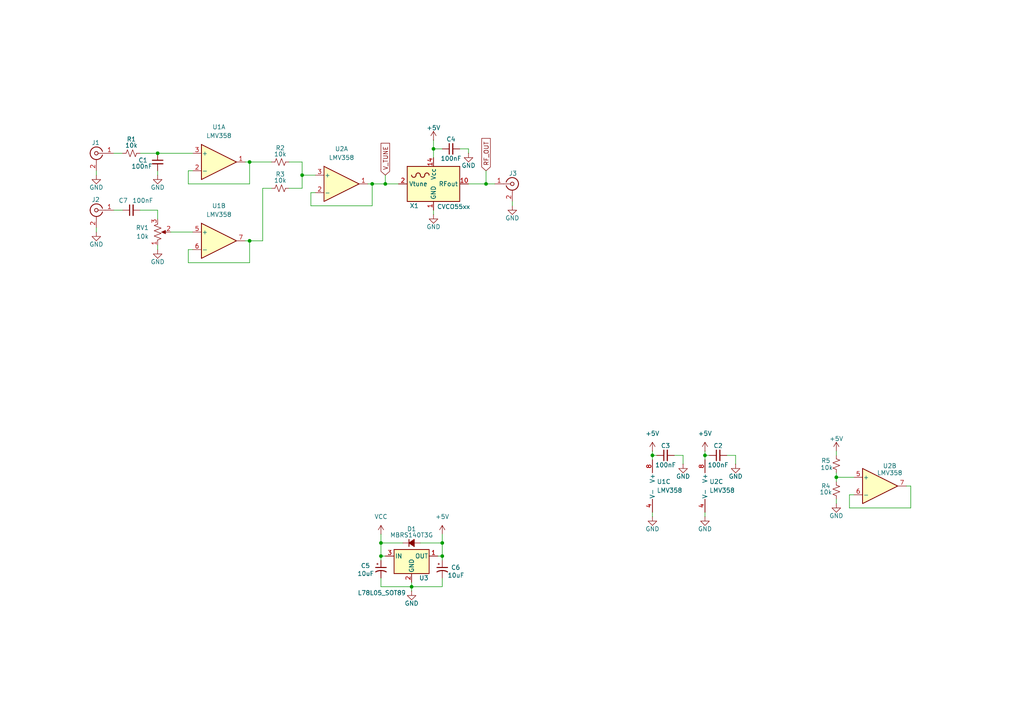
<source format=kicad_sch>
(kicad_sch (version 20231120) (generator "eeschema") (generator_version "8.0")
  (paper "A4")
  (lib_symbols
    (symbol "Amplifier_Operational:LMV358" (pin_names (offset 0.127))
      (property "Reference" "U" (at 0 5.08 0))
      (property "Value" "LMV358" (at 0 -5.08 0))
      (symbol "LMV358_1_1"
        (polyline (pts (xy -5.08 5.08) (xy 5.08 0) (xy -5.08 -5.08) (xy -5.08 5.08)) (stroke (width 0.254)) (fill (type background)))
        (pin output line (at 7.62 0 180) (length 2.54) (name "~") (number "1"))
        (pin input line (at -7.62 -2.54 0) (length 2.54) (name "-") (number "2"))
        (pin input line (at -7.62 2.54 0) (length 2.54) (name "+") (number "3"))
      )
      (symbol "LMV358_2_1"
        (polyline (pts (xy -5.08 5.08) (xy 5.08 0) (xy -5.08 -5.08) (xy -5.08 5.08)) (stroke (width 0.254)) (fill (type background)))
        (pin input line (at -7.62 2.54 0) (length 2.54) (name "+") (number "5"))
        (pin input line (at -7.62 -2.54 0) (length 2.54) (name "-") (number "6"))
        (pin output line (at 7.62 0 180) (length 2.54) (name "~") (number "7"))
      )
      (symbol "LMV358_3_1"
        (pin power_in line (at -2.54 -7.62 90) (length 3.81) (name "V-") (number "4"))
        (pin power_in line (at -2.54 7.62 270) (length 3.81) (name "V+") (number "8"))
      )
    )
    (symbol "Connector:Conn_Coaxial" (pin_names (offset 1.016) hide)
      (property "Reference" "J" (at 0.254 3.048 0))
      (property "Value" "Conn_Coaxial" (at 2.921 0 90))
      (symbol "Conn_Coaxial_0_1"
        (arc (start -1.778 -0.508) (mid 0.2311 -1.8066) (end 1.778 0) (stroke (width 0.254)))
        (polyline (pts (xy -2.54 0) (xy -0.508 0)))
        (polyline (pts (xy 0 -2.54) (xy 0 -1.778)))
        (circle (center 0 0) (radius 0.508) (stroke (width 0.2032)))
        (arc (start 1.778 0) (mid 0.2099 1.8101) (end -1.778 0.508) (stroke (width 0.254)))
      )
      (symbol "Conn_Coaxial_1_1"
        (pin passive line (at -5.08 0 0) (length 2.54) (name "In") (number "1"))
        (pin passive line (at 0 -5.08 90) (length 2.54) (name "Ext") (number "2"))
      )
    )
    (symbol "Device:C_Polarized_Small_US" (pin_numbers hide) (pin_names (offset 0.254) hide)
      (property "Reference" "C" (at 0.254 1.778 0))
      (property "Value" "C_Polarized_Small_US" (at 0.254 -2.032 0))
      (symbol "C_Polarized_Small_US_0_1"
        (polyline (pts (xy -1.524 0.508) (xy 1.524 0.508)) (stroke (width 0.3048)))
        (polyline (pts (xy -1.27 1.524) (xy -0.762 1.524)))
        (polyline (pts (xy -1.016 1.27) (xy -1.016 1.778)))
        (arc (start 1.524 -0.762) (mid 0 -0.3734) (end -1.524 -0.762) (stroke (width 0.3048)))
      )
      (symbol "C_Polarized_Small_US_1_1"
        (pin passive line (at 0 2.54 270) (length 2.032) (name "~") (number "1"))
        (pin passive line (at 0 -2.54 90) (length 2.032) (name "~") (number "2"))
      )
    )
    (symbol "Device:C_Small" (pin_numbers hide) (pin_names (offset 0.254) hide)
      (property "Reference" "C" (at 0.254 1.778 0))
      (property "Value" "C_Small" (at 0.254 -2.032 0))
      (symbol "C_Small_0_1"
        (polyline (pts (xy -1.524 -0.508) (xy 1.524 -0.508)) (stroke (width 0.3302)))
        (polyline (pts (xy -1.524 0.508) (xy 1.524 0.508)) (stroke (width 0.3048)))
      )
      (symbol "C_Small_1_1"
        (pin passive line (at 0 2.54 270) (length 2.032) (name "~") (number "1"))
        (pin passive line (at 0 -2.54 90) (length 2.032) (name "~") (number "2"))
      )
    )
    (symbol "Device:D_Small_Filled" (pin_numbers hide) (pin_names (offset 0.254) hide)
      (property "Reference" "D" (at -1.27 2.032 0))
      (property "Value" "D_Small_Filled" (at -3.81 -2.032 0))
      (symbol "D_Small_Filled_0_1"
        (polyline (pts (xy -0.762 -1.016) (xy -0.762 1.016)) (stroke (width 0.254)))
        (polyline (pts (xy -0.762 0) (xy 0.762 0)))
        (polyline (pts (xy 0.762 -1.016) (xy -0.762 0) (xy 0.762 1.016) (xy 0.762 -1.016)) (stroke (width 0.254)) (fill (type outline)))
      )
      (symbol "D_Small_Filled_1_1"
        (pin passive line (at -2.54 0 0) (length 1.778) (name "K") (number "1"))
        (pin passive line (at 2.54 0 180) (length 1.778) (name "A") (number "2"))
      )
    )
    (symbol "Device:R_Potentiometer_US" (pin_names (offset 1.016) hide)
      (property "Reference" "RV" (at -4.445 0 90))
      (property "Value" "R_Potentiometer_US" (at -2.54 0 90))
      (symbol "R_Potentiometer_US_0_1"
        (polyline (pts (xy 0 -2.286) (xy 0 -2.54)))
        (polyline (pts (xy 0 2.54) (xy 0 2.286)))
        (polyline (pts (xy 2.54 0) (xy 1.524 0)))
        (polyline (pts (xy 1.143 0) (xy 2.286 0.508) (xy 2.286 -0.508) (xy 1.143 0)) (fill (type outline)))
        (polyline (pts (xy 0 -0.762) (xy 1.016 -1.143) (xy 0 -1.524) (xy -1.016 -1.905) (xy 0 -2.286)))
        (polyline (pts (xy 0 0.762) (xy 1.016 0.381) (xy 0 0) (xy -1.016 -0.381) (xy 0 -0.762)))
        (polyline (pts (xy 0 2.286) (xy 1.016 1.905) (xy 0 1.524) (xy -1.016 1.143) (xy 0 0.762)))
      )
      (symbol "R_Potentiometer_US_1_1"
        (pin passive line (at 0 3.81 270) (length 1.27) (name "1") (number "1"))
        (pin passive line (at 3.81 0 180) (length 1.27) (name "2") (number "2"))
        (pin passive line (at 0 -3.81 90) (length 1.27) (name "3") (number "3"))
      )
    )
    (symbol "Device:R_Small_US" (pin_numbers hide) (pin_names (offset 0.254) hide)
      (property "Reference" "R" (at 0.762 0.508 0))
      (property "Value" "R_Small_US" (at 0.762 -1.016 0))
      (symbol "R_Small_US_1_1"
        (polyline (pts (xy 0 0) (xy 1.016 -0.381) (xy 0 -0.762) (xy -1.016 -1.143) (xy 0 -1.524)))
        (polyline (pts (xy 0 1.524) (xy 1.016 1.143) (xy 0 0.762) (xy -1.016 0.381) (xy 0 0)))
        (pin passive line (at 0 2.54 270) (length 1.016) (name "~") (number "1"))
        (pin passive line (at 0 -2.54 90) (length 1.016) (name "~") (number "2"))
      )
    )
    (symbol "Oscillator:CVCO55xx"
      (property "Reference" "X" (at -7.62 6.35 0))
      (property "Value" "CVCO55xx" (at 2.54 6.35 0))
      (symbol "CVCO55xx_0_0"
        (pin passive line (at 0 -7.62 90) (length 2.54) hide (name "GND") (number "15"))
        (pin passive line (at 0 -7.62 90) (length 2.54) hide (name "GND") (number "16"))
      )
      (symbol "CVCO55xx_0_1"
        (rectangle (start -7.62 5.08) (end 7.62 -5.08) (stroke (width 0.254)) (fill (type background)))
        (arc (start -6.35 2.54) (mid -5.715 1.9077) (end -5.08 2.54) (stroke (width 0.254)))
        (arc (start -3.81 2.54) (mid -4.445 3.1723) (end -5.08 2.54) (stroke (width 0.254)))
        (arc (start -3.81 2.54) (mid -3.175 1.9077) (end -2.54 2.54) (stroke (width 0.254)))
        (arc (start -1.27 2.54) (mid -1.905 3.1723) (end -2.54 2.54) (stroke (width 0.254)))
      )
      (symbol "CVCO55xx_1_1"
        (pin power_in line (at 0 -7.62 90) (length 2.54) (name "GND") (number "1"))
        (pin output line (at 10.16 0 180) (length 2.54) (name "RFout") (number "10"))
        (pin passive line (at 0 -7.62 90) (length 2.54) hide (name "GND") (number "11"))
        (pin passive line (at 0 -7.62 90) (length 2.54) hide (name "GND") (number "12"))
        (pin passive line (at 0 -7.62 90) (length 2.54) hide (name "GND") (number "13"))
        (pin power_in line (at 0 7.62 270) (length 2.54) (name "Vcc") (number "14"))
        (pin passive line (at -10.16 0 0) (length 2.54) (name "Vtune") (number "2"))
        (pin passive line (at 0 -7.62 90) (length 2.54) hide (name "GND") (number "3"))
        (pin passive line (at 0 -7.62 90) (length 2.54) hide (name "GND") (number "4"))
        (pin passive line (at 0 -7.62 90) (length 2.54) hide (name "GND") (number "5"))
        (pin passive line (at 0 -7.62 90) (length 2.54) hide (name "GND") (number "6"))
        (pin passive line (at 0 -7.62 90) (length 2.54) hide (name "GND") (number "7"))
        (pin passive line (at 0 -7.62 90) (length 2.54) hide (name "GND") (number "8"))
        (pin passive line (at 0 -7.62 90) (length 2.54) hide (name "GND") (number "9"))
      )
    )
    (symbol "Regulator_Linear:L78L05_SOT89" (pin_names (offset 0.254))
      (property "Reference" "U" (at -3.81 3.175 0))
      (property "Value" "L78L05_SOT89" (at -0.635 3.175 0))
      (symbol "L78L05_SOT89_0_1"
        (rectangle (start -5.08 1.905) (end 5.08 -5.08) (stroke (width 0.254)) (fill (type background)))
      )
      (symbol "L78L05_SOT89_1_1"
        (pin power_out line (at 7.62 0 180) (length 2.54) (name "OUT") (number "1"))
        (pin power_in line (at 0 -7.62 90) (length 2.54) (name "GND") (number "2"))
        (pin power_in line (at -7.62 0 0) (length 2.54) (name "IN") (number "3"))
      )
    )
    (symbol "power:+5V" (power) (pin_numbers hide) (pin_names (offset 0) hide)
      (property "Value" "+5V" (at 0 3.556 0))
      (symbol "+5V_0_1"
        (polyline (pts (xy -0.762 1.27) (xy 0 2.54)))
        (polyline (pts (xy 0 0) (xy 0 2.54)))
        (polyline (pts (xy 0 2.54) (xy 0.762 1.27)))
      )
      (symbol "+5V_1_1"
        (pin power_in line (at 0 0 90) (length 0) (name "~") (number "1"))
      )
    )
    (symbol "power:GND" (power) (pin_numbers hide) (pin_names (offset 0) hide)
      (property "Value" "GND" (at 0 -3.81 0))
      (symbol "GND_0_1"
        (polyline (pts (xy 0 0) (xy 0 -1.27) (xy 1.27 -1.27) (xy 0 -2.54) (xy -1.27 -1.27) (xy 0 -1.27)))
      )
      (symbol "GND_1_1"
        (pin power_in line (at 0 0 270) (length 0) (name "~") (number "1"))
      )
    )
    (symbol "power:VCC" (power) (pin_numbers hide) (pin_names (offset 0) hide)
      (property "Value" "VCC" (at 0 3.556 0))
      (symbol "VCC_0_1"
        (polyline (pts (xy -0.762 1.27) (xy 0 2.54)))
        (polyline (pts (xy 0 0) (xy 0 2.54)))
        (polyline (pts (xy 0 2.54) (xy 0.762 1.27)))
      )
      (symbol "VCC_1_1"
        (pin power_in line (at 0 0 90) (length 0) (name "~") (number "1"))
      )
    )
  )
  (junction (at 111.76 53.34))
  (junction (at 242.57 138.43))
  (junction (at 128.27 157.48))
  (junction (at 110.49 161.29))
  (junction (at 72.39 69.85))
  (junction (at 110.49 157.48))
  (junction (at 107.95 53.34))
  (junction (at 72.39 46.99))
  (junction (at 119.38 170.18))
  (junction (at 125.73 43.18))
  (junction (at 189.23 132.08))
  (junction (at 204.47 132.08))
  (junction (at 45.72 44.45))
  (junction (at 87.63 50.8))
  (junction (at 140.97 53.34))
  (junction (at 128.27 161.29))
  (wire (pts (xy 110.49 161.29) (xy 111.76 161.29)))
  (wire (pts (xy 128.27 161.29) (xy 128.27 162.56)))
  (wire (pts (xy 110.49 167.64) (xy 110.49 170.18)))
  (wire (pts (xy 87.63 50.8) (xy 91.44 50.8)))
  (wire (pts (xy 127 161.29) (xy 128.27 161.29)))
  (wire (pts (xy 90.17 55.88) (xy 91.44 55.88)))
  (wire (pts (xy 54.61 72.39) (xy 54.61 76.2)))
  (wire (pts (xy 110.49 157.48) (xy 110.49 161.29)))
  (wire (pts (xy 107.95 59.69) (xy 107.95 53.34)))
  (wire (pts (xy 246.38 143.51) (xy 246.38 147.32)))
  (wire (pts (xy 140.97 53.34) (xy 143.51 53.34)))
  (wire (pts (xy 110.49 161.29) (xy 110.49 162.56)))
  (wire (pts (xy 135.89 44.45) (xy 135.89 43.18)))
  (wire (pts (xy 54.61 49.53) (xy 54.61 53.34)))
  (wire (pts (xy 111.76 53.34) (xy 115.57 53.34)))
  (wire (pts (xy 125.73 60.96) (xy 125.73 62.23)))
  (wire (pts (xy 128.27 157.48) (xy 128.27 161.29)))
  (wire (pts (xy 189.23 148.59) (xy 189.23 149.86)))
  (wire (pts (xy 195.58 132.08) (xy 198.12 132.08)))
  (wire (pts (xy 111.76 50.8) (xy 111.76 53.34)))
  (wire (pts (xy 72.39 46.99) (xy 71.12 46.99)))
  (wire (pts (xy 128.27 170.18) (xy 119.38 170.18)))
  (wire (pts (xy 246.38 147.32) (xy 264.16 147.32)))
  (wire (pts (xy 72.39 76.2) (xy 72.39 69.85)))
  (wire (pts (xy 140.97 49.53) (xy 140.97 53.34)))
  (wire (pts (xy 45.72 60.96) (xy 45.72 63.5)))
  (wire (pts (xy 198.12 132.08) (xy 198.12 134.62)))
  (wire (pts (xy 242.57 138.43) (xy 247.65 138.43)))
  (wire (pts (xy 40.64 44.45) (xy 45.72 44.45)))
  (wire (pts (xy 125.73 40.64) (xy 125.73 43.18)))
  (wire (pts (xy 242.57 144.78) (xy 242.57 146.05)))
  (wire (pts (xy 119.38 168.91) (xy 119.38 170.18)))
  (wire (pts (xy 242.57 138.43) (xy 242.57 139.7)))
  (wire (pts (xy 128.27 154.94) (xy 128.27 157.48)))
  (wire (pts (xy 148.59 58.42) (xy 148.59 59.69)))
  (wire (pts (xy 72.39 46.99) (xy 78.74 46.99)))
  (wire (pts (xy 110.49 154.94) (xy 110.49 157.48)))
  (wire (pts (xy 45.72 44.45) (xy 55.88 44.45)))
  (wire (pts (xy 204.47 132.08) (xy 204.47 133.35)))
  (wire (pts (xy 264.16 147.32) (xy 264.16 140.97)))
  (wire (pts (xy 204.47 130.81) (xy 204.47 132.08)))
  (wire (pts (xy 264.16 140.97) (xy 262.89 140.97)))
  (wire (pts (xy 189.23 133.35) (xy 189.23 132.08)))
  (wire (pts (xy 242.57 130.81) (xy 242.57 132.08)))
  (wire (pts (xy 128.27 167.64) (xy 128.27 170.18)))
  (wire (pts (xy 40.64 60.96) (xy 45.72 60.96)))
  (wire (pts (xy 45.72 49.53) (xy 45.72 50.8)))
  (wire (pts (xy 87.63 46.99) (xy 87.63 50.8)))
  (wire (pts (xy 205.74 132.08) (xy 204.47 132.08)))
  (wire (pts (xy 55.88 49.53) (xy 54.61 49.53)))
  (wire (pts (xy 247.65 143.51) (xy 246.38 143.51)))
  (wire (pts (xy 49.53 67.31) (xy 55.88 67.31)))
  (wire (pts (xy 125.73 43.18) (xy 125.73 45.72)))
  (wire (pts (xy 242.57 137.16) (xy 242.57 138.43)))
  (wire (pts (xy 76.2 54.61) (xy 76.2 69.85)))
  (wire (pts (xy 76.2 69.85) (xy 72.39 69.85)))
  (wire (pts (xy 87.63 50.8) (xy 87.63 54.61)))
  (wire (pts (xy 33.02 44.45) (xy 35.56 44.45)))
  (wire (pts (xy 189.23 132.08) (xy 190.5 132.08)))
  (wire (pts (xy 213.36 132.08) (xy 213.36 134.62)))
  (wire (pts (xy 90.17 59.69) (xy 90.17 55.88)))
  (wire (pts (xy 72.39 69.85) (xy 71.12 69.85)))
  (wire (pts (xy 119.38 171.45) (xy 119.38 170.18)))
  (wire (pts (xy 111.76 53.34) (xy 107.95 53.34)))
  (wire (pts (xy 45.72 71.12) (xy 45.72 72.39)))
  (wire (pts (xy 54.61 76.2) (xy 72.39 76.2)))
  (wire (pts (xy 33.02 60.96) (xy 35.56 60.96)))
  (wire (pts (xy 54.61 53.34) (xy 72.39 53.34)))
  (wire (pts (xy 110.49 170.18) (xy 119.38 170.18)))
  (wire (pts (xy 87.63 46.99) (xy 83.82 46.99)))
  (wire (pts (xy 135.89 43.18) (xy 133.35 43.18)))
  (wire (pts (xy 87.63 54.61) (xy 83.82 54.61)))
  (wire (pts (xy 76.2 54.61) (xy 78.74 54.61)))
  (wire (pts (xy 72.39 46.99) (xy 72.39 53.34)))
  (wire (pts (xy 125.73 43.18) (xy 128.27 43.18)))
  (wire (pts (xy 204.47 148.59) (xy 204.47 149.86)))
  (wire (pts (xy 210.82 132.08) (xy 213.36 132.08)))
  (wire (pts (xy 107.95 53.34) (xy 106.68 53.34)))
  (wire (pts (xy 27.94 49.53) (xy 27.94 50.8)))
  (wire (pts (xy 110.49 157.48) (xy 116.84 157.48)))
  (wire (pts (xy 135.89 53.34) (xy 140.97 53.34)))
  (wire (pts (xy 121.92 157.48) (xy 128.27 157.48)))
  (wire (pts (xy 189.23 130.81) (xy 189.23 132.08)))
  (wire (pts (xy 55.88 72.39) (xy 54.61 72.39)))
  (wire (pts (xy 27.94 66.04) (xy 27.94 67.31)))
  (wire (pts (xy 90.17 59.69) (xy 107.95 59.69)))
  (global_label "V_TUNE" (shape input) (at 111.76 50.8 90) (property "Intersheetrefs" "${INTERSHEET_REFS}" (effects (hide yes))))
  (global_label "RF_OUT" (shape input) (at 140.97 49.53 90) (property "Intersheetrefs" "${INTERSHEET_REFS}" (effects (hide yes))))
  (symbol (lib_id "Device:R_Small_US") (at 38.1 44.45 90) (unit 1)
    (property "Reference" "R1" (at 38.1 40.386 90))
    (property "Value" "10k" (at 38.1 42.164 90))
    (property "Description" "Resistor, small US symbol" (effects (hide yes)))
  )
  (symbol (lib_id "Amplifier_Operational:LMV358") (at 191.77 140.97 0) (unit 3)
    (property "Reference" "U1" (at 190.5 139.6999 0) (effects (justify left)))
    (property "Value" "LMV358" (at 190.5 142.2399 0) (effects (justify left)))
    (property "Footprint" "Package_SO:SOIC-8_3.9x4.9mm_P1.27mm" (effects (hide yes)))
    (property "Datasheet" "http://www.ti.com/lit/ds/symlink/lmv324.pdf" (effects (hide yes)))
    (property "Description" "Dual Low-Voltage Rail-to-Rail Output Operational Amplifiers, SOIC-8/SSOP-8" (effects (hide yes)))
  )
  (symbol (lib_id "power:GND") (at 45.72 50.8 0) (unit 1)
    (property "Reference" "#PWR01" (effects (hide yes)))
    (property "Value" "GND" (at 45.72 54.356 0))
    (property "Description" "Power symbol creates a global label with name \"GND\" , ground" (effects (hide yes)))
  )
  (symbol (lib_id "power:GND") (at 213.36 134.62 0) (unit 1)
    (property "Reference" "#PWR08" (effects (hide yes)))
    (property "Value" "GND" (at 213.36 138.176 0))
    (property "Description" "Power symbol creates a global label with name \"GND\" , ground" (effects (hide yes)))
  )
  (symbol (lib_id "Oscillator:CVCO55xx") (at 125.73 53.34 0) (unit 1)
    (property "Reference" "X1" (at 120.142 59.69 0))
    (property "Value" "CVCO55xx" (at 131.572 59.944 0))
    (property "Footprint" "RF_Mini-Circuits:Mini-Circuits_CK605_LandPatternPL-012" (effects (hide yes)))
    (property "Datasheet" "https://www.crystek.com/home/vco/cvco55.aspx" (effects (hide yes)))
    (property "Description" "Voltage Controlled Oscillator, Crystek, 0.50\" SQ SMD" (effects (hide yes)))
  )
  (symbol (lib_id "Device:C_Small") (at 208.28 132.08 90) (unit 1)
    (property "Reference" "C2" (at 208.28 129.286 90))
    (property "Value" "100nF" (at 208.28 134.874 90))
    (property "Description" "Unpolarized capacitor, small symbol" (effects (hide yes)))
  )
  (symbol (lib_id "power:GND") (at 27.94 67.31 0) (unit 1)
    (property "Reference" "#PWR04" (effects (hide yes)))
    (property "Value" "GND" (at 27.94 70.866 0))
    (property "Description" "Power symbol creates a global label with name \"GND\" , ground" (effects (hide yes)))
  )
  (symbol (lib_id "power:GND") (at 148.59 59.69 0) (unit 1)
    (property "Reference" "#PWR015" (effects (hide yes)))
    (property "Value" "GND" (at 148.59 63.246 0))
    (property "Description" "Power symbol creates a global label with name \"GND\" , ground" (effects (hide yes)))
  )
  (symbol (lib_id "Connector:Conn_Coaxial") (at 27.94 60.96 0) (mirror y) (unit 1)
    (property "Reference" "J2" (at 28.956 57.912 0) (effects (justify left)))
    (property "Value" "Conn_Coaxial" (effects (hide yes)))
    (property "Description" "coaxial connector (BNC, SMA, SMB, SMC, Cinch/RCA, LEMO, ...)" (effects (hide yes)))
  )
  (symbol (lib_id "power:+5V") (at 242.57 130.81 0) (unit 1)
    (property "Reference" "#PWR012" (effects (hide yes)))
    (property "Value" "+5V" (at 242.57 127.254 0))
    (property "Description" "Power symbol creates a global label with name \"+5V\"" (effects (hide yes)))
  )
  (symbol (lib_id "Device:R_Potentiometer_US") (at 45.72 67.31 0) (mirror x) (unit 1)
    (property "Reference" "RV1" (at 43.18 66.0399 0) (effects (justify right)))
    (property "Value" "10k" (at 43.18 68.5799 0) (effects (justify right)))
    (property "Description" "Potentiometer, US symbol" (effects (hide yes)))
  )
  (symbol (lib_id "Amplifier_Operational:LMV358") (at 63.5 69.85 0) (unit 2)
    (property "Reference" "U1" (at 63.5 59.69 0))
    (property "Value" "LMV358" (at 63.5 62.23 0))
    (property "Footprint" "Package_SO:SOIC-8_3.9x4.9mm_P1.27mm" (effects (hide yes)))
    (property "Datasheet" "http://www.ti.com/lit/ds/symlink/lmv324.pdf" (effects (hide yes)))
    (property "Description" "Dual Low-Voltage Rail-to-Rail Output Operational Amplifiers, SOIC-8/SSOP-8" (effects (hide yes)))
  )
  (symbol (lib_id "power:GND") (at 242.57 146.05 0) (unit 1)
    (property "Reference" "#PWR011" (effects (hide yes)))
    (property "Value" "GND" (at 242.57 149.606 0))
    (property "Description" "Power symbol creates a global label with name \"GND\" , ground" (effects (hide yes)))
  )
  (symbol (lib_id "Amplifier_Operational:LMV358") (at 99.06 53.34 0) (unit 1)
    (property "Reference" "U2" (at 99.06 43.18 0))
    (property "Value" "LMV358" (at 99.06 45.72 0))
    (property "Datasheet" "http://www.ti.com/lit/ds/symlink/lmv324.pdf" (effects (hide yes)))
    (property "Description" "Dual Low-Voltage Rail-to-Rail Output Operational Amplifiers, SOIC-8/SSOP-8" (effects (hide yes)))
  )
  (symbol (lib_id "Device:R_Small_US") (at 81.28 54.61 90) (unit 1)
    (property "Reference" "R3" (at 81.28 50.546 90))
    (property "Value" "10k" (at 81.28 52.324 90))
    (property "Description" "Resistor, small US symbol" (effects (hide yes)))
  )
  (symbol (lib_id "Connector:Conn_Coaxial") (at 148.59 53.34 0) (unit 1)
    (property "Reference" "J3" (at 147.574 50.292 0) (effects (justify left)))
    (property "Value" "Conn_Coaxial" (effects (hide yes)))
    (property "Description" "coaxial connector (BNC, SMA, SMB, SMC, Cinch/RCA, LEMO, ...)" (effects (hide yes)))
  )
  (symbol (lib_id "power:+5V") (at 128.27 154.94 0) (unit 1)
    (property "Reference" "#PWR018" (effects (hide yes)))
    (property "Value" "+5V" (at 128.27 149.86 0))
    (property "Description" "Power symbol creates a global label with name \"+5V\"" (effects (hide yes)))
  )
  (symbol (lib_id "Device:R_Small_US") (at 242.57 142.24 180) (unit 1)
    (property "Reference" "R4" (at 239.522 140.97 0))
    (property "Value" "10k" (at 239.522 142.748 0))
    (property "Description" "Resistor, small US symbol" (effects (hide yes)))
  )
  (symbol (lib_id "Device:C_Small") (at 45.72 46.99 0) (unit 1)
    (property "Reference" "C1" (at 40.132 46.482 0) (effects (justify left)))
    (property "Value" "100nF" (at 38.1 48.26 0) (effects (justify left)))
    (property "Description" "Unpolarized capacitor, small symbol" (effects (hide yes)))
  )
  (symbol (lib_id "power:GND") (at 45.72 72.39 0) (unit 1)
    (property "Reference" "#PWR03" (effects (hide yes)))
    (property "Value" "GND" (at 45.72 75.946 0))
    (property "Description" "Power symbol creates a global label with name \"GND\" , ground" (effects (hide yes)))
  )
  (symbol (lib_id "power:+5V") (at 125.73 40.64 0) (unit 1)
    (property "Reference" "#PWR013" (effects (hide yes)))
    (property "Value" "+5V" (at 125.73 37.084 0))
    (property "Description" "Power symbol creates a global label with name \"+5V\"" (effects (hide yes)))
  )
  (symbol (lib_id "power:GND") (at 189.23 149.86 0) (unit 1)
    (property "Reference" "#PWR05" (effects (hide yes)))
    (property "Value" "GND" (at 189.23 153.416 0))
    (property "Description" "Power symbol creates a global label with name \"GND\" , ground" (effects (hide yes)))
  )
  (symbol (lib_id "Amplifier_Operational:LMV358") (at 207.01 140.97 0) (unit 3)
    (property "Reference" "U2" (at 205.74 139.6999 0) (effects (justify left)))
    (property "Value" "LMV358" (at 205.74 142.2399 0) (effects (justify left)))
    (property "Datasheet" "http://www.ti.com/lit/ds/symlink/lmv324.pdf" (effects (hide yes)))
    (property "Description" "Dual Low-Voltage Rail-to-Rail Output Operational Amplifiers, SOIC-8/SSOP-8" (effects (hide yes)))
  )
  (symbol (lib_id "power:GND") (at 27.94 50.8 0) (unit 1)
    (property "Reference" "#PWR02" (effects (hide yes)))
    (property "Value" "GND" (at 27.94 54.356 0))
    (property "Description" "Power symbol creates a global label with name \"GND\" , ground" (effects (hide yes)))
  )
  (symbol (lib_id "power:GND") (at 125.73 62.23 0) (unit 1)
    (property "Reference" "#PWR014" (effects (hide yes)))
    (property "Value" "GND" (at 125.73 65.786 0))
    (property "Description" "Power symbol creates a global label with name \"GND\" , ground" (effects (hide yes)))
  )
  (symbol (lib_id "power:+5V") (at 189.23 130.81 0) (unit 1)
    (property "Reference" "#PWR06" (effects (hide yes)))
    (property "Value" "+5V" (at 189.23 125.73 0))
    (property "Description" "Power symbol creates a global label with name \"+5V\"" (effects (hide yes)))
  )
  (symbol (lib_id "power:GND") (at 119.38 171.45 0) (unit 1)
    (property "Reference" "#PWR019" (effects (hide yes)))
    (property "Value" "GND" (at 119.38 175.006 0))
    (property "Description" "Power symbol creates a global label with name \"GND\" , ground" (effects (hide yes)))
  )
  (symbol (lib_id "Connector:Conn_Coaxial") (at 27.94 44.45 0) (mirror y) (unit 1)
    (property "Reference" "J1" (at 28.956 41.402 0) (effects (justify left)))
    (property "Value" "Conn_Coaxial" (effects (hide yes)))
    (property "Description" "coaxial connector (BNC, SMA, SMB, SMC, Cinch/RCA, LEMO, ...)" (effects (hide yes)))
  )
  (symbol (lib_id "Amplifier_Operational:LMV358") (at 255.27 140.97 0) (unit 2)
    (property "Reference" "U2" (at 258.064 135.128 0))
    (property "Value" "LMV358" (at 258.064 137.16 0))
    (property "Datasheet" "http://www.ti.com/lit/ds/symlink/lmv324.pdf" (effects (hide yes)))
    (property "Description" "Dual Low-Voltage Rail-to-Rail Output Operational Amplifiers, SOIC-8/SSOP-8" (effects (hide yes)))
  )
  (symbol (lib_id "Device:C_Small") (at 130.81 43.18 90) (unit 1)
    (property "Reference" "C4" (at 130.81 40.386 90))
    (property "Value" "100nF" (at 130.81 45.974 90))
    (property "Description" "Unpolarized capacitor, small symbol" (effects (hide yes)))
  )
  (symbol (lib_id "Device:D_Small_Filled") (at 119.38 157.48 0) (unit 1)
    (property "Reference" "D1" (at 119.38 153.416 0))
    (property "Value" "MBRS140T3G" (at 119.38 155.194 0))
    (property "Description" "Diode, small symbol, filled shape" (effects (hide yes)))
    (property "Sim.Device" "D" (effects (hide yes)))
    (property "Sim.Pins" "1=K 2=A" (effects (hide yes)))
  )
  (symbol (lib_id "Device:C_Polarized_Small_US") (at 110.49 165.1 0) (unit 1)
    (property "Reference" "C5" (at 104.648 164.084 0) (effects (justify left)))
    (property "Value" "10uF" (at 103.632 166.37 0) (effects (justify left)))
    (property "Description" "Polarized capacitor, small US symbol" (effects (hide yes)))
  )
  (symbol (lib_id "power:GND") (at 204.47 149.86 0) (unit 1)
    (property "Reference" "#PWR010" (effects (hide yes)))
    (property "Value" "GND" (at 204.47 153.416 0))
    (property "Description" "Power symbol creates a global label with name \"GND\" , ground" (effects (hide yes)))
  )
  (symbol (lib_id "power:VCC") (at 110.49 154.94 0) (unit 1)
    (property "Reference" "#PWR017" (effects (hide yes)))
    (property "Value" "VCC" (at 110.49 149.86 0))
    (property "Description" "Power symbol creates a global label with name \"VCC\"" (effects (hide yes)))
  )
  (symbol (lib_id "power:GND") (at 198.12 134.62 0) (unit 1)
    (property "Reference" "#PWR07" (effects (hide yes)))
    (property "Value" "GND" (at 198.12 138.176 0))
    (property "Description" "Power symbol creates a global label with name \"GND\" , ground" (effects (hide yes)))
  )
  (symbol (lib_id "power:GND") (at 135.89 44.45 0) (unit 1)
    (property "Reference" "#PWR016" (effects (hide yes)))
    (property "Value" "GND" (at 135.89 48.006 0))
    (property "Description" "Power symbol creates a global label with name \"GND\" , ground" (effects (hide yes)))
  )
  (symbol (lib_id "power:+5V") (at 204.47 130.81 0) (unit 1)
    (property "Reference" "#PWR09" (effects (hide yes)))
    (property "Value" "+5V" (at 204.47 125.73 0))
    (property "Description" "Power symbol creates a global label with name \"+5V\"" (effects (hide yes)))
  )
  (symbol (lib_id "Device:R_Small_US") (at 242.57 134.62 180) (unit 1)
    (property "Reference" "R5" (at 239.522 133.604 0))
    (property "Value" "10k" (at 239.776 135.636 0))
    (property "Description" "Resistor, small US symbol" (effects (hide yes)))
  )
  (symbol (lib_id "Amplifier_Operational:LMV358") (at 63.5 46.99 0) (unit 1)
    (property "Reference" "U1" (at 63.5 36.83 0))
    (property "Value" "LMV358" (at 63.5 39.37 0))
    (property "Footprint" "Package_SO:SOIC-8_3.9x4.9mm_P1.27mm" (effects (hide yes)))
    (property "Datasheet" "http://www.ti.com/lit/ds/symlink/lmv324.pdf" (effects (hide yes)))
    (property "Description" "Dual Low-Voltage Rail-to-Rail Output Operational Amplifiers, SOIC-8/SSOP-8" (effects (hide yes)))
  )
  (symbol (lib_id "Device:C_Small") (at 193.04 132.08 90) (unit 1)
    (property "Reference" "C3" (at 193.04 129.286 90))
    (property "Value" "100nF" (at 193.04 134.874 90))
    (property "Description" "Unpolarized capacitor, small symbol" (effects (hide yes)))
  )
  (symbol (lib_id "Device:C_Small") (at 38.1 60.96 90) (unit 1)
    (property "Reference" "C7" (at 37.084 58.166 90) (effects (justify left)))
    (property "Value" "100nF" (at 44.45 58.166 90) (effects (justify left)))
    (property "Description" "Unpolarized capacitor, small symbol" (effects (hide yes)))
  )
  (symbol (lib_id "Device:R_Small_US") (at 81.28 46.99 90) (unit 1)
    (property "Reference" "R2" (at 81.28 42.926 90))
    (property "Value" "10k" (at 81.28 44.704 90))
    (property "Description" "Resistor, small US symbol" (effects (hide yes)))
  )
  (symbol (lib_id "Regulator_Linear:L78L05_SOT89") (at 119.38 161.29 0) (unit 1)
    (property "Reference" "U3" (at 122.936 167.64 0))
    (property "Value" "L78L05_SOT89" (at 110.744 171.958 0))
    (property "Footprint" "Package_TO_SOT_SMD:SOT-89-3" (effects (hide yes)))
    (property "Datasheet" "http://www.st.com/content/ccc/resource/technical/document/datasheet/15/55/e5/aa/23/5b/43/fd/CD00000446.pdf/files/CD00000446.pdf/jcr:content/translations/en.CD00000446.pdf" (effects (hide yes)))
    (property "Description" "Positive 100mA 30V Linear Regulator, Fixed Output 5V, SOT-89" (effects (hide yes)))
  )
  (symbol (lib_id "Device:C_Polarized_Small_US") (at 128.27 165.1 0) (unit 1)
    (property "Reference" "C6" (at 130.81 164.592 0) (effects (justify left)))
    (property "Value" "10uF" (at 129.794 166.878 0) (effects (justify left)))
    (property "Description" "Polarized capacitor, small US symbol" (effects (hide yes)))
  )
)
</source>
